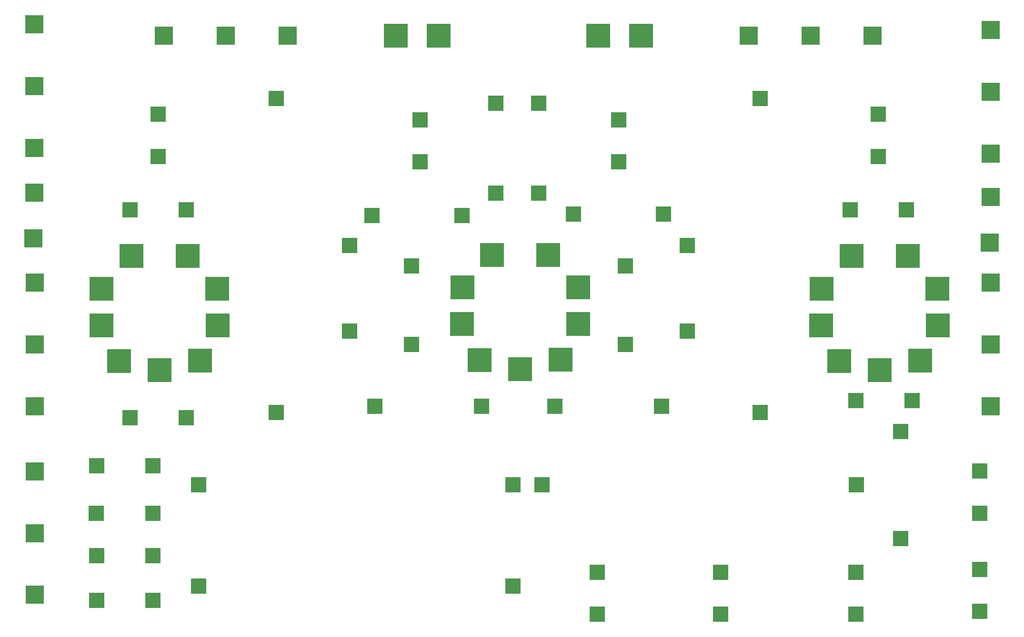
<source format=gbs>
G04 ---------------------------- Layer name :BOTTOM SOLDER LAYER*
G04 EasyEDA v5.8.22, Tue, 04 Dec 2018 11:43:46 GMT*
G04 7e299c6323ff4f129420c85f7de63bec*
G04 Gerber Generator version 0.2*
G04 Scale: 100 percent, Rotated: No, Reflected: No *
G04 Dimensions in millimeters *
G04 leading zeros omitted , absolute positions ,3 integer and 3 decimal *
%FSLAX33Y33*%
%MOMM*%
G90*
G71D02*

%ADD26R,2.703195X2.703195*%
%ADD27R,3.203194X3.203194*%
%ADD28R,4.203192X4.203192*%

%LPD*%
G54D26*
G01X25999Y29999D03*
G01X35999Y29999D03*
G01X26045Y22443D03*
G01X36045Y22443D03*
G01X36047Y38442D03*
G01X26047Y38442D03*
G01X114999Y11998D03*
G01X114999Y19498D03*
G01X161000Y11998D03*
G01X161000Y19499D03*
G01X183000Y19999D03*
G01X183000Y12499D03*
G01X83499Y99999D03*
G01X83499Y92499D03*
G01X118805Y99999D03*
G01X118805Y92499D03*
G01X82001Y73997D03*
G01X82001Y59997D03*
G01X119999Y59999D03*
G01X119999Y74000D03*
G01X71000Y77619D03*
G01X71000Y62379D03*
G01X130997Y77619D03*
G01X130997Y62379D03*
G01X32000Y83997D03*
G01X42000Y83997D03*
G01X159999Y84000D03*
G01X169999Y84000D03*
G01X161001Y49999D03*
G01X171001Y49999D03*
G01X42002Y46995D03*
G01X32002Y46995D03*
G01X37002Y100998D03*
G01X37002Y93498D03*
G01X165002Y100998D03*
G01X165002Y93497D03*
G01X183000Y29997D03*
G01X183000Y37498D03*
G01X136999Y12001D03*
G01X136999Y19500D03*
G01X36047Y14442D03*
G01X26047Y14442D03*
G01X74999Y82999D03*
G01X90999Y82999D03*
G01X96961Y102919D03*
G01X96961Y86920D03*
G01X104581Y102919D03*
G01X104581Y86920D03*
G01X126805Y83235D03*
G01X110806Y83235D03*
G01X75500Y48999D03*
G01X94501Y48998D03*
G01X126499Y48998D03*
G01X107498Y49000D03*
G01X169000Y44499D03*
G01X168998Y25499D03*
G54D27*
G01X15048Y37442D03*
G01X15048Y26442D03*
G01X15048Y15441D03*
G01X37999Y114999D03*
G01X49000Y114999D03*
G01X59998Y114999D03*
G01X14999Y94999D03*
G01X14999Y105998D03*
G01X14999Y116998D03*
G01X164000Y114999D03*
G01X153000Y114999D03*
G01X141999Y114999D03*
G01X185002Y94001D03*
G01X185002Y105001D03*
G01X185002Y116000D03*
G54D28*
G01X115190Y114997D03*
G01X122810Y114997D03*
G01X86810Y114999D03*
G01X79190Y114999D03*
G54D27*
G01X15001Y70999D03*
G01X15001Y59999D03*
G01X15001Y49000D03*
G01X185000Y70996D03*
G01X185000Y59997D03*
G01X185000Y48997D03*
G01X14999Y86998D03*
G01X14800Y78900D03*
G01X184999Y86249D03*
G01X184800Y78148D03*
G54D28*
G01X106333Y75936D03*
G01X96333Y75936D03*
G01X111633Y70136D03*
G01X111683Y63636D03*
G01X108533Y57336D03*
G01X101333Y55636D03*
G01X94133Y57236D03*
G01X91033Y70136D03*
G01X90983Y63636D03*
G01X42208Y75728D03*
G01X32208Y75728D03*
G01X47508Y69928D03*
G01X47558Y63428D03*
G01X44408Y57128D03*
G01X37208Y55428D03*
G01X30008Y57028D03*
G01X26908Y69928D03*
G01X26858Y63428D03*
G01X170209Y75728D03*
G01X160209Y75728D03*
G01X175509Y69928D03*
G01X175559Y63428D03*
G01X172409Y57128D03*
G01X165209Y55428D03*
G01X158009Y57028D03*
G01X154909Y69928D03*
G01X154859Y63428D03*
G54D26*
G01X44190Y17000D03*
G01X100070Y17000D03*
G01X105189Y34998D03*
G01X161069Y34998D03*
G01X44190Y34998D03*
G01X100070Y34998D03*
G01X58000Y103809D03*
G01X58000Y47929D03*
G01X144000Y103809D03*
G01X144000Y47929D03*
M00*
M02*

</source>
